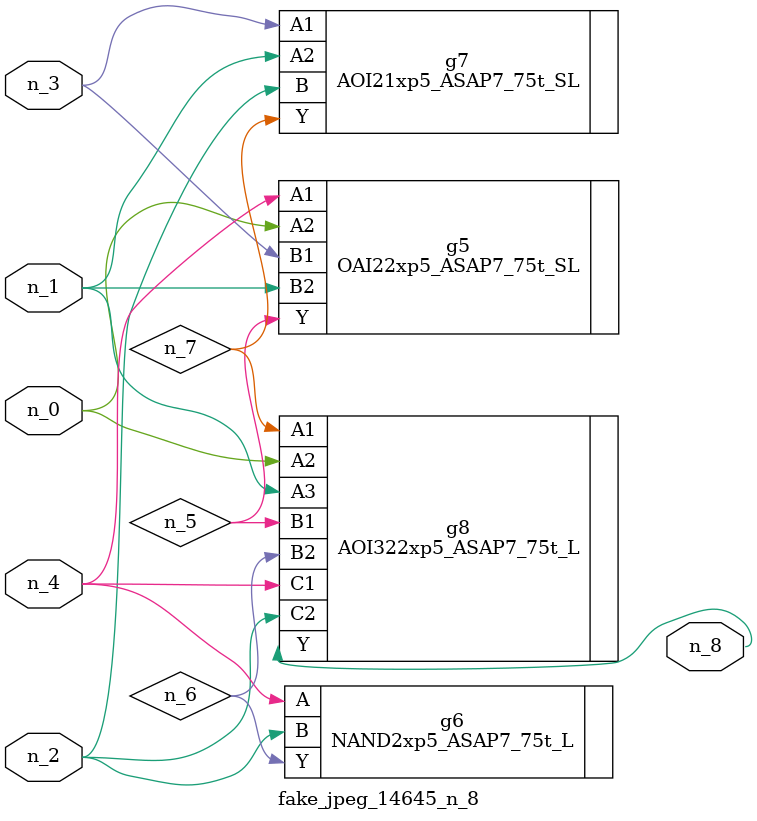
<source format=v>
module fake_jpeg_14645_n_8 (n_3, n_2, n_1, n_0, n_4, n_8);

input n_3;
input n_2;
input n_1;
input n_0;
input n_4;

output n_8;

wire n_6;
wire n_5;
wire n_7;

OAI22xp5_ASAP7_75t_SL g5 ( 
.A1(n_4),
.A2(n_0),
.B1(n_3),
.B2(n_1),
.Y(n_5)
);

NAND2xp5_ASAP7_75t_L g6 ( 
.A(n_4),
.B(n_2),
.Y(n_6)
);

AOI21xp5_ASAP7_75t_SL g7 ( 
.A1(n_3),
.A2(n_1),
.B(n_2),
.Y(n_7)
);

AOI322xp5_ASAP7_75t_L g8 ( 
.A1(n_7),
.A2(n_0),
.A3(n_1),
.B1(n_5),
.B2(n_6),
.C1(n_4),
.C2(n_2),
.Y(n_8)
);


endmodule
</source>
